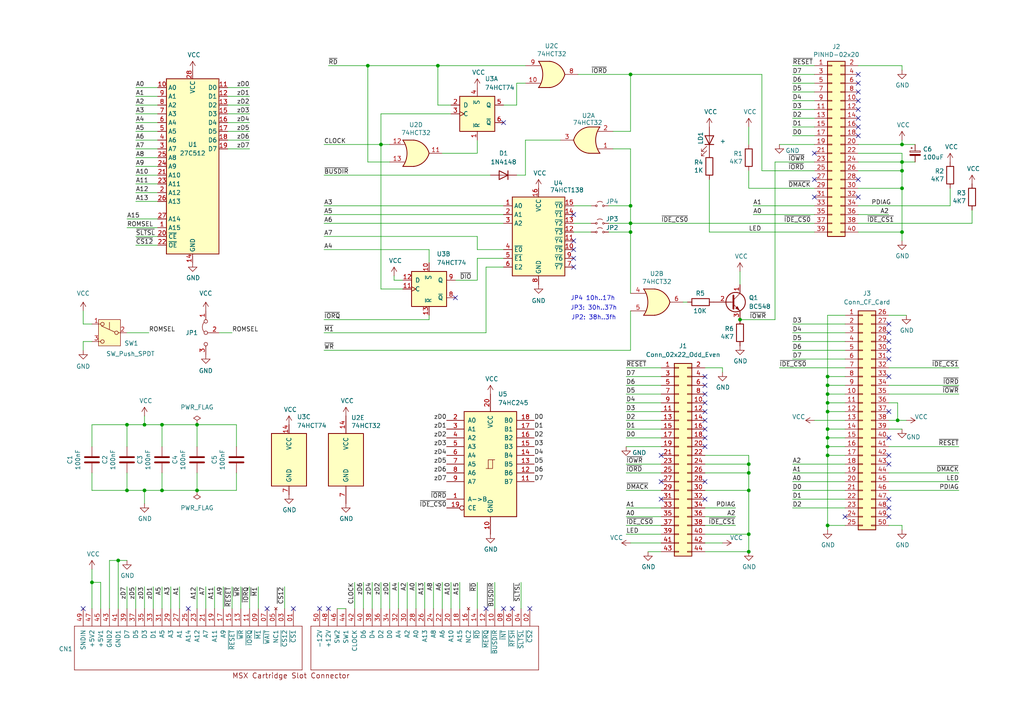
<source format=kicad_sch>
(kicad_sch (version 20231120) (generator "eeschema") (generator_version "8.0")
  (paper "A4")
  (title_block (title "Soda IDE") (rev "v0.97") (company "Danjovic 2024") (comment 1 "Based on SC729 RCBus Compact Flash Modue v1.1.0 and Beer IDE 232") (comment 2 "2x32K ROM + switch + Reset Button"))
  (junction (at 260.35 121.92))
  (junction (at 217.17 134.62))
  (junction (at 261.62 54.61))
  (junction (at 240.03 129.54))
  (junction (at 46.99 142.24))
  (junction (at 261.62 41.91))
  (junction (at 36.83 142.24))
  (junction (at 240.03 116.84))
  (junction (at 217.17 137.16))
  (junction (at 261.62 67.31))
  (junction (at 41.91 123.19))
  (junction (at 240.03 114.3))
  (junction (at 240.03 109.22))
  (junction (at 240.03 132.08))
  (junction (at 46.99 123.19))
  (junction (at 182.88 59.69))
  (junction (at 110.49 41.91))
  (junction (at 217.17 142.24))
  (junction (at 182.88 67.31))
  (junction (at 261.62 46.99))
  (junction (at 182.88 21.59))
  (junction (at 261.62 49.53))
  (junction (at 57.15 142.24))
  (junction (at 240.03 124.46))
  (junction (at 217.17 160.02))
  (junction (at 34.29 162.56))
  (junction (at 182.88 64.77))
  (junction (at 57.15 123.19))
  (junction (at 240.03 111.76))
  (junction (at 240.03 119.38))
  (junction (at 217.17 154.94))
  (junction (at 26.67 168.91))
  (junction (at 36.83 123.19))
  (junction (at 127 19.05))
  (junction (at 41.91 142.24))
  (junction (at 240.03 127))
  (junction (at 106.68 19.05))
  (junction (at 214.63 92.71))
  (junction (at 240.03 152.4))
  (no_connect (at 166.37 77.47))
  (no_connect (at 166.37 62.23))
  (no_connect (at 248.92 26.67))
  (no_connect (at 166.37 74.93))
  (no_connect (at 153.67 176.53))
  (no_connect (at 146.05 176.53))
  (no_connect (at 257.81 104.14))
  (no_connect (at 148.59 176.53))
  (no_connect (at 204.47 144.78))
  (no_connect (at 191.77 132.08))
  (no_connect (at 236.22 44.45))
  (no_connect (at 24.13 176.53))
  (no_connect (at 248.92 24.13))
  (no_connect (at 257.81 96.52))
  (no_connect (at 166.37 72.39))
  (no_connect (at 236.22 57.15))
  (no_connect (at 257.81 101.6))
  (no_connect (at 77.47 176.53))
  (no_connect (at 257.81 134.62))
  (no_connect (at 248.92 31.75))
  (no_connect (at 257.81 119.38))
  (no_connect (at 257.81 99.06))
  (no_connect (at 132.08 86.36))
  (no_connect (at 257.81 109.22))
  (no_connect (at 248.92 57.15))
  (no_connect (at 204.47 129.54))
  (no_connect (at 257.81 147.32))
  (no_connect (at 204.47 111.76))
  (no_connect (at 204.47 119.38))
  (no_connect (at 191.77 139.7))
  (no_connect (at 248.92 29.21))
  (no_connect (at 257.81 93.98))
  (no_connect (at 248.92 21.59))
  (no_connect (at 92.71 176.53))
  (no_connect (at 166.37 69.85))
  (no_connect (at 257.81 127))
  (no_connect (at 245.11 149.86))
  (no_connect (at 257.81 144.78))
  (no_connect (at 85.09 176.53))
  (no_connect (at 248.92 34.29))
  (no_connect (at 191.77 144.78))
  (no_connect (at 146.05 35.56))
  (no_connect (at 140.97 176.53))
  (no_connect (at 95.25 176.53))
  (no_connect (at 248.92 39.37))
  (no_connect (at 248.92 52.07))
  (no_connect (at 204.47 124.46))
  (no_connect (at 236.22 52.07))
  (no_connect (at 204.47 127))
  (no_connect (at 248.92 36.83))
  (no_connect (at 204.47 109.22))
  (no_connect (at 204.47 116.84))
  (no_connect (at 204.47 139.7))
  (no_connect (at 54.61 176.53))
  (no_connect (at 257.81 149.86))
  (no_connect (at 204.47 121.92))
  (no_connect (at 204.47 114.3))
  (no_connect (at 257.81 132.08))
  (wire (pts (xy 248.92 54.61) (xy 261.62 54.61)))
  (wire (pts (xy 240.03 127) (xy 245.11 127)))
  (wire (pts (xy 26.67 142.24) (xy 36.83 142.24)))
  (wire (pts (xy 278.13 142.24) (xy 257.81 142.24)))
  (wire (pts (xy 281.94 60.96) (xy 281.94 64.77)))
  (wire (pts (xy 204.47 152.4) (xy 213.36 152.4)))
  (wire (pts (xy 236.22 121.92) (xy 245.11 121.92)))
  (wire (pts (xy 204.47 106.68) (xy 209.55 106.68)))
  (wire (pts (xy 191.77 142.24) (xy 181.61 142.24)))
  (wire (pts (xy 72.39 40.64) (xy 66.04 40.64)))
  (wire (pts (xy 68.58 137.16) (xy 68.58 142.24)))
  (wire (pts (xy 229.87 147.32) (xy 245.11 147.32)))
  (wire (pts (xy 177.8 43.18) (xy 182.88 43.18)))
  (wire (pts (xy 39.37 38.1) (xy 45.72 38.1)))
  (wire (pts (xy 204.47 134.62) (xy 217.17 134.62)))
  (wire (pts (xy 181.61 147.32) (xy 191.77 147.32)))
  (wire (pts (xy 171.45 59.69) (xy 166.37 59.69)))
  (wire (pts (xy 229.87 144.78) (xy 245.11 144.78)))
  (wire (pts (xy 57.15 123.19) (xy 46.99 123.19)))
  (wire (pts (xy 240.03 124.46) (xy 245.11 124.46)))
  (wire (pts (xy 29.21 176.53) (xy 29.21 168.91)))
  (wire (pts (xy 110.49 168.91) (xy 110.49 176.53)))
  (wire (pts (xy 181.61 114.3) (xy 191.77 114.3)))
  (wire (pts (xy 124.46 72.39) (xy 124.46 76.2)))
  (wire (pts (xy 138.43 68.58) (xy 138.43 72.39)))
  (wire (pts (xy 106.68 19.05) (xy 127 19.05)))
  (wire (pts (xy 229.87 134.62) (xy 245.11 134.62)))
  (wire (pts (xy 24.13 99.06) (xy 24.13 101.6)))
  (wire (pts (xy 217.17 54.61) (xy 236.22 54.61)))
  (wire (pts (xy 93.98 64.77) (xy 146.05 64.77)))
  (wire (pts (xy 110.49 41.91) (xy 110.49 83.82)))
  (wire (pts (xy 46.99 123.19) (xy 46.99 129.54)))
  (wire (pts (xy 240.03 129.54) (xy 245.11 129.54)))
  (wire (pts (xy 162.56 40.64) (xy 152.4 40.64)))
  (wire (pts (xy 181.61 121.92) (xy 191.77 121.92)))
  (wire (pts (xy 204.47 160.02) (xy 217.17 160.02)))
  (wire (pts (xy 39.37 35.56) (xy 45.72 35.56)))
  (wire (pts (xy 220.98 49.53) (xy 236.22 49.53)))
  (wire (pts (xy 257.81 124.46) (xy 261.62 124.46)))
  (wire (pts (xy 236.22 41.91) (xy 226.06 41.91)))
  (wire (pts (xy 182.88 64.77) (xy 236.22 64.77)))
  (wire (pts (xy 229.87 93.98) (xy 245.11 93.98)))
  (wire (pts (xy 181.61 137.16) (xy 191.77 137.16)))
  (wire (pts (xy 57.15 137.16) (xy 57.15 142.24)))
  (wire (pts (xy 278.13 106.68) (xy 257.81 106.68)))
  (wire (pts (xy 114.3 81.28) (xy 114.3 80.01)))
  (wire (pts (xy 182.88 101.6) (xy 182.88 90.17)))
  (wire (pts (xy 217.17 134.62) (xy 217.17 137.16)))
  (wire (pts (xy 128.27 176.53) (xy 128.27 168.91)))
  (wire (pts (xy 130.81 33.02) (xy 110.49 33.02)))
  (wire (pts (xy 167.64 21.59) (xy 182.88 21.59)))
  (wire (pts (xy 182.88 38.1) (xy 182.88 21.59)))
  (wire (pts (xy 240.03 109.22) (xy 240.03 111.76)))
  (wire (pts (xy 59.69 176.53) (xy 59.69 170.18)))
  (wire (pts (xy 39.37 58.42) (xy 45.72 58.42)))
  (wire (pts (xy 240.03 119.38) (xy 245.11 119.38)))
  (wire (pts (xy 41.91 120.65) (xy 41.91 123.19)))
  (wire (pts (xy 46.99 170.18) (xy 46.99 176.53)))
  (wire (pts (xy 257.81 129.54) (xy 278.13 129.54)))
  (wire (pts (xy 181.61 127) (xy 191.77 127)))
  (wire (pts (xy 248.92 41.91) (xy 261.62 41.91)))
  (wire (pts (xy 181.61 152.4) (xy 191.77 152.4)))
  (wire (pts (xy 204.47 132.08) (xy 217.17 132.08)))
  (wire (pts (xy 123.19 168.91) (xy 123.19 176.53)))
  (wire (pts (xy 72.39 25.4) (xy 66.04 25.4)))
  (wire (pts (xy 34.29 176.53) (xy 34.29 162.56)))
  (wire (pts (xy 257.81 139.7) (xy 278.13 139.7)))
  (wire (pts (xy 214.63 92.71) (xy 224.79 92.71)))
  (wire (pts (xy 128.27 44.45) (xy 138.43 44.45)))
  (wire (pts (xy 166.37 64.77) (xy 171.45 64.77)))
  (wire (pts (xy 248.92 44.45) (xy 261.62 44.45)))
  (wire (pts (xy 152.4 24.13) (xy 149.86 24.13)))
  (wire (pts (xy 248.92 64.77) (xy 281.94 64.77)))
  (wire (pts (xy 181.61 116.84) (xy 191.77 116.84)))
  (wire (pts (xy 261.62 152.4) (xy 261.62 153.67)))
  (wire (pts (xy 229.87 142.24) (xy 245.11 142.24)))
  (wire (pts (xy 127 19.05) (xy 152.4 19.05)))
  (wire (pts (xy 140.97 96.52) (xy 140.97 77.47)))
  (wire (pts (xy 261.62 46.99) (xy 261.62 49.53)))
  (wire (pts (xy 52.07 170.18) (xy 52.07 176.53)))
  (wire (pts (xy 68.58 123.19) (xy 57.15 123.19)))
  (wire (pts (xy 39.37 27.94) (xy 45.72 27.94)))
  (wire (pts (xy 140.97 77.47) (xy 146.05 77.47)))
  (wire (pts (xy 218.44 59.69) (xy 236.22 59.69)))
  (wire (pts (xy 115.57 168.91) (xy 115.57 176.53)))
  (wire (pts (xy 182.88 67.31) (xy 182.88 64.77)))
  (wire (pts (xy 166.37 67.31) (xy 171.45 67.31)))
  (wire (pts (xy 132.08 81.28) (xy 138.43 81.28)))
  (wire (pts (xy 39.37 53.34) (xy 45.72 53.34)))
  (wire (pts (xy 240.03 114.3) (xy 240.03 116.84)))
  (wire (pts (xy 63.5 96.52) (xy 67.31 96.52)))
  (wire (pts (xy 149.86 30.48) (xy 146.05 30.48)))
  (wire (pts (xy 260.35 116.84) (xy 260.35 121.92)))
  (wire (pts (xy 224.79 46.99) (xy 236.22 46.99)))
  (wire (pts (xy 149.86 24.13) (xy 149.86 30.48)))
  (wire (pts (xy 93.98 92.71) (xy 124.46 92.71)))
  (wire (pts (xy 24.13 99.06) (xy 26.67 99.06)))
  (wire (pts (xy 152.4 40.64) (xy 152.4 50.8)))
  (wire (pts (xy 41.91 142.24) (xy 41.91 146.05)))
  (wire (pts (xy 240.03 116.84) (xy 245.11 116.84)))
  (wire (pts (xy 240.03 152.4) (xy 245.11 152.4)))
  (wire (pts (xy 229.87 96.52) (xy 245.11 96.52)))
  (wire (pts (xy 36.83 137.16) (xy 36.83 142.24)))
  (wire (pts (xy 275.59 59.69) (xy 275.59 54.61)))
  (wire (pts (xy 41.91 123.19) (xy 46.99 123.19)))
  (wire (pts (xy 224.79 46.99) (xy 224.79 92.71)))
  (wire (pts (xy 72.39 176.53) (xy 72.39 170.18)))
  (wire (pts (xy 240.03 91.44) (xy 240.03 109.22)))
  (wire (pts (xy 36.83 96.52) (xy 43.18 96.52)))
  (wire (pts (xy 93.98 72.39) (xy 124.46 72.39)))
  (wire (pts (xy 36.83 63.5) (xy 45.72 63.5)))
  (wire (pts (xy 31.75 176.53) (xy 31.75 162.56)))
  (wire (pts (xy 74.93 170.18) (xy 74.93 176.53)))
  (wire (pts (xy 146.05 74.93) (xy 138.43 74.93)))
  (wire (pts (xy 240.03 132.08) (xy 240.03 152.4)))
  (wire (pts (xy 260.35 121.92) (xy 262.89 121.92)))
  (wire (pts (xy 261.62 46.99) (xy 265.43 46.99)))
  (wire (pts (xy 229.87 29.21) (xy 236.22 29.21)))
  (wire (pts (xy 257.81 137.16) (xy 278.13 137.16)))
  (wire (pts (xy 204.47 147.32) (xy 213.36 147.32)))
  (wire (pts (xy 245.11 91.44) (xy 240.03 91.44)))
  (wire (pts (xy 229.87 99.06) (xy 245.11 99.06)))
  (wire (pts (xy 182.88 85.09) (xy 182.88 67.31)))
  (wire (pts (xy 57.15 170.18) (xy 57.15 176.53)))
  (wire (pts (xy 217.17 54.61) (xy 217.17 49.53)))
  (wire (pts (xy 34.29 162.56) (xy 36.83 162.56)))
  (wire (pts (xy 248.92 19.05) (xy 261.62 19.05)))
  (wire (pts (xy 204.47 157.48) (xy 209.55 157.48)))
  (wire (pts (xy 113.03 168.91) (xy 113.03 176.53)))
  (wire (pts (xy 72.39 43.18) (xy 66.04 43.18)))
  (wire (pts (xy 102.87 168.91) (xy 102.87 176.53)))
  (wire (pts (xy 26.67 129.54) (xy 26.67 123.19)))
  (wire (pts (xy 217.17 154.94) (xy 217.17 160.02)))
  (wire (pts (xy 29.21 168.91) (xy 26.67 168.91)))
  (wire (pts (xy 39.37 43.18) (xy 45.72 43.18)))
  (wire (pts (xy 39.37 68.58) (xy 45.72 68.58)))
  (wire (pts (xy 204.47 154.94) (xy 217.17 154.94)))
  (wire (pts (xy 24.13 93.98) (xy 26.67 93.98)))
  (wire (pts (xy 149.86 50.8) (xy 152.4 50.8)))
  (wire (pts (xy 205.74 67.31) (xy 236.22 67.31)))
  (wire (pts (xy 26.67 168.91) (xy 26.67 176.53)))
  (wire (pts (xy 229.87 101.6) (xy 245.11 101.6)))
  (wire (pts (xy 39.37 33.02) (xy 45.72 33.02)))
  (wire (pts (xy 138.43 40.64) (xy 138.43 44.45)))
  (wire (pts (xy 257.81 116.84) (xy 260.35 116.84)))
  (wire (pts (xy 176.53 59.69) (xy 182.88 59.69)))
  (wire (pts (xy 31.75 162.56) (xy 34.29 162.56)))
  (wire (pts (xy 39.37 48.26) (xy 45.72 48.26)))
  (wire (pts (xy 36.83 66.04) (xy 45.72 66.04)))
  (wire (pts (xy 93.98 68.58) (xy 138.43 68.58)))
  (wire (pts (xy 24.13 90.17) (xy 24.13 93.98)))
  (wire (pts (xy 181.61 149.86) (xy 191.77 149.86)))
  (wire (pts (xy 93.98 41.91) (xy 110.49 41.91)))
  (wire (pts (xy 72.39 33.02) (xy 66.04 33.02)))
  (wire (pts (xy 26.67 137.16) (xy 26.67 142.24)))
  (wire (pts (xy 93.98 50.8) (xy 142.24 50.8)))
  (wire (pts (xy 217.17 41.91) (xy 217.17 36.83)))
  (wire (pts (xy 240.03 127) (xy 240.03 129.54)))
  (wire (pts (xy 176.53 67.31) (xy 182.88 67.31)))
  (wire (pts (xy 229.87 24.13) (xy 236.22 24.13)))
  (wire (pts (xy 182.88 21.59) (xy 220.98 21.59)))
  (wire (pts (xy 240.03 116.84) (xy 240.03 119.38)))
  (wire (pts (xy 95.25 19.05) (xy 106.68 19.05)))
  (wire (pts (xy 229.87 137.16) (xy 245.11 137.16)))
  (wire (pts (xy 240.03 111.76) (xy 240.03 114.3)))
  (wire (pts (xy 240.03 119.38) (xy 240.03 124.46)))
  (wire (pts (xy 229.87 21.59) (xy 236.22 21.59)))
  (wire (pts (xy 39.37 30.48) (xy 45.72 30.48)))
  (wire (pts (xy 130.81 168.91) (xy 130.81 176.53)))
  (wire (pts (xy 181.61 111.76) (xy 191.77 111.76)))
  (wire (pts (xy 36.83 123.19) (xy 36.83 129.54)))
  (wire (pts (xy 181.61 134.62) (xy 191.77 134.62)))
  (wire (pts (xy 46.99 142.24) (xy 57.15 142.24)))
  (wire (pts (xy 261.62 44.45) (xy 261.62 46.99)))
  (wire (pts (xy 57.15 129.54) (xy 57.15 123.19)))
  (wire (pts (xy 36.83 123.19) (xy 41.91 123.19)))
  (wire (pts (xy 69.85 176.53) (xy 69.85 170.18)))
  (wire (pts (xy 248.92 59.69) (xy 275.59 59.69)))
  (wire (pts (xy 240.03 111.76) (xy 245.11 111.76)))
  (wire (pts (xy 217.17 142.24) (xy 217.17 154.94)))
  (wire (pts (xy 257.81 111.76) (xy 278.13 111.76)))
  (wire (pts (xy 229.87 36.83) (xy 236.22 36.83)))
  (wire (pts (xy 68.58 129.54) (xy 68.58 123.19)))
  (wire (pts (xy 226.06 106.68) (xy 245.11 106.68)))
  (wire (pts (xy 118.11 168.91) (xy 118.11 176.53)))
  (wire (pts (xy 181.61 109.22) (xy 191.77 109.22)))
  (wire (pts (xy 107.95 168.91) (xy 107.95 176.53)))
  (wire (pts (xy 181.61 119.38) (xy 191.77 119.38)))
  (wire (pts (xy 41.91 170.18) (xy 41.91 176.53)))
  (wire (pts (xy 204.47 137.16) (xy 217.17 137.16)))
  (wire (pts (xy 39.37 71.12) (xy 45.72 71.12)))
  (wire (pts (xy 72.39 27.94) (xy 66.04 27.94)))
  (wire (pts (xy 133.35 176.53) (xy 133.35 168.91)))
  (wire (pts (xy 229.87 31.75) (xy 236.22 31.75)))
  (wire (pts (xy 26.67 123.19) (xy 36.83 123.19)))
  (wire (pts (xy 240.03 129.54) (xy 240.03 132.08)))
  (wire (pts (xy 127 30.48) (xy 127 19.05)))
  (wire (pts (xy 116.84 81.28) (xy 114.3 81.28)))
  (wire (pts (xy 262.89 91.44) (xy 257.81 91.44)))
  (wire (pts (xy 248.92 46.99) (xy 261.62 46.99)))
  (wire (pts (xy 214.63 78.74) (xy 214.63 82.55)))
  (wire (pts (xy 67.31 176.53) (xy 67.31 170.18)))
  (wire (pts (xy 62.23 170.18) (xy 62.23 176.53)))
  (wire (pts (xy 209.55 106.68) (xy 209.55 107.95)))
  (wire (pts (xy 176.53 64.77) (xy 182.88 64.77)))
  (wire (pts (xy 100.33 176.53) (xy 97.79 176.53)))
  (wire (pts (xy 240.03 114.3) (xy 245.11 114.3)))
  (wire (pts (xy 217.17 137.16) (xy 217.17 142.24)))
  (wire (pts (xy 39.37 25.4) (xy 45.72 25.4)))
  (wire (pts (xy 181.61 106.68) (xy 191.77 106.68)))
  (wire (pts (xy 82.55 176.53) (xy 82.55 170.18)))
  (wire (pts (xy 261.62 49.53) (xy 261.62 54.61)))
  (wire (pts (xy 39.37 45.72) (xy 45.72 45.72)))
  (wire (pts (xy 39.37 40.64) (xy 45.72 40.64)))
  (wire (pts (xy 39.37 50.8) (xy 45.72 50.8)))
  (wire (pts (xy 240.03 124.46) (xy 240.03 127)))
  (wire (pts (xy 143.51 168.91) (xy 143.51 176.53)))
  (wire (pts (xy 46.99 137.16) (xy 46.99 142.24)))
  (wire (pts (xy 36.83 142.24) (xy 41.91 142.24)))
  (wire (pts (xy 46.99 142.24) (xy 41.91 142.24)))
  (wire (pts (xy 248.92 49.53) (xy 261.62 49.53)))
  (wire (pts (xy 106.68 46.99) (xy 106.68 19.05)))
  (wire (pts (xy 36.83 170.18) (xy 36.83 176.53)))
  (wire (pts (xy 204.47 142.24) (xy 217.17 142.24)))
  (wire (pts (xy 182.88 59.69) (xy 182.88 64.77)))
  (wire (pts (xy 138.43 81.28) (xy 138.43 74.93)))
  (wire (pts (xy 64.77 170.18) (xy 64.77 176.53)))
  (wire (pts (xy 257.81 121.92) (xy 260.35 121.92)))
  (wire (pts (xy 261.62 67.31) (xy 261.62 69.85)))
  (wire (pts (xy 44.45 170.18) (xy 44.45 176.53)))
  (wire (pts (xy 182.88 157.48) (xy 191.77 157.48)))
  (wire (pts (xy 105.41 168.91) (xy 105.41 176.53)))
  (wire (pts (xy 257.81 152.4) (xy 261.62 152.4)))
  (wire (pts (xy 124.46 91.44) (xy 124.46 92.71)))
  (wire (pts (xy 125.73 168.91) (xy 125.73 176.53)))
  (wire (pts (xy 229.87 104.14) (xy 245.11 104.14)))
  (wire (pts (xy 257.81 114.3) (xy 278.13 114.3)))
  (wire (pts (xy 204.47 149.86) (xy 213.36 149.86)))
  (wire (pts (xy 265.43 41.91) (xy 261.62 41.91)))
  (wire (pts (xy 72.39 30.48) (xy 66.04 30.48)))
  (wire (pts (xy 240.03 109.22) (xy 245.11 109.22)))
  (wire (pts (xy 220.98 49.53) (xy 220.98 21.59)))
  (wire (pts (xy 120.65 168.91) (xy 120.65 176.53)))
  (wire (pts (xy 93.98 62.23) (xy 146.05 62.23)))
  (wire (pts (xy 236.22 19.05) (xy 229.87 19.05)))
  (wire (pts (xy 110.49 83.82) (xy 116.84 83.82)))
  (wire (pts (xy 110.49 41.91) (xy 113.03 41.91)))
  (wire (pts (xy 138.43 176.53) (xy 138.43 168.91)))
  (wire (pts (xy 39.37 170.18) (xy 39.37 176.53)))
  (wire (pts (xy 151.13 168.91) (xy 151.13 176.53)))
  (wire (pts (xy 187.96 160.02) (xy 191.77 160.02)))
  (wire (pts (xy 68.58 142.24) (xy 57.15 142.24)))
  (wire (pts (xy 229.87 39.37) (xy 236.22 39.37)))
  (wire (pts (xy 93.98 59.69) (xy 146.05 59.69)))
  (wire (pts (xy 146.05 72.39) (xy 138.43 72.39)))
  (wire (pts (xy 229.87 139.7) (xy 245.11 139.7)))
  (wire (pts (xy 229.87 26.67) (xy 236.22 26.67)))
  (wire (pts (xy 182.88 43.18) (xy 182.88 59.69)))
  (wire (pts (xy 110.49 33.02) (xy 110.49 41.91)))
  (wire (pts (xy 240.03 132.08) (xy 245.11 132.08)))
  (wire (pts (xy 240.03 152.4) (xy 240.03 153.67)))
  (wire (pts (xy 181.61 154.94) (xy 191.77 154.94)))
  (wire (pts (xy 261.62 40.64) (xy 261.62 41.91)))
  (wire (pts (xy 130.81 30.48) (xy 127 30.48)))
  (wire (pts (xy 261.62 19.05) (xy 261.62 20.32)))
  (wire (pts (xy 218.44 62.23) (xy 236.22 62.23)))
  (wire (pts (xy 39.37 55.88) (xy 45.72 55.88)))
  (wire (pts (xy 177.8 38.1) (xy 182.88 38.1)))
  (wire (pts (xy 26.67 165.1) (xy 26.67 168.91)))
  (wire (pts (xy 49.53 170.18) (xy 49.53 176.53)))
  (wire (pts (xy 93.98 101.6) (xy 182.88 101.6)))
  (wire (pts (xy 198.12 87.63) (xy 199.39 87.63)))
  (wire (pts (xy 113.03 46.99) (xy 106.68 46.99)))
  (wire (pts (xy 205.74 52.07) (xy 205.74 67.31)))
  (wire (pts (xy 217.17 132.08) (xy 217.17 134.62)))
  (wire (pts (xy 72.39 35.56) (xy 66.04 35.56)))
  (wire (pts (xy 229.87 34.29) (xy 236.22 34.29)))
  (wire (pts (xy 72.39 38.1) (xy 66.04 38.1)))
  (wire (pts (xy 191.77 129.54) (xy 181.61 129.54)))
  (wire (pts (xy 261.62 54.61) (xy 261.62 67.31)))
  (wire (pts (xy 93.98 96.52) (xy 140.97 96.52)))
  (wire (pts (xy 248.92 67.31) (xy 261.62 67.31)))
  (wire (pts (xy 248.92 62.23) (xy 257.81 62.23)))
  (wire (pts (xy 181.61 124.46) (xy 191.77 124.46)))
  (text "JP4 10h..17h" (at 171.958 86.614 0) (effects (font (size 1.27 1.27))))
  (text "JP3: 30h..37h" (at 172.212 89.408 0) (effects (font (size 1.27 1.27))))
  (text "JP2: 38h..3fh" (at 172.212 92.202 0) (effects (font (size 1.27 1.27))))
  (label "D0" (at 154.94 121.92 0))
  (label "D1" (at 229.87 36.83 0))
  (label "zD1" (at 72.39 27.94 180))
  (label "A11" (at 62.23 170.18 270))
  (label "~{IDE_CS0}" (at 226.06 106.68 0))
  (label "zD7" (at 129.54 139.7 180))
  (label "D7" (at 181.61 109.22 0))
  (label "zD0" (at 113.03 168.91 270))
  (label "~{RESET}" (at 278.13 129.54 180))
  (label "A2" (at 118.11 168.91 270))
  (label "zD0" (at 72.39 25.4 180))
  (label "D7" (at 229.87 104.14 0))
  (label "~{M1}" (at 74.93 170.18 270))
  (label "D1" (at 229.87 144.78 0))
  (label "D2" (at 181.61 121.92 0))
  (label "A0" (at 181.61 149.86 0))
  (label "A9" (at 39.37 48.26 0))
  (label "~{IORD}" (at 171.45 21.59 0))
  (label "PDIAG" (at 252.73 59.69 0))
  (label "A5" (at 46.99 170.18 270))
  (label "A0" (at 229.87 139.7 0))
  (label "D2" (at 229.87 147.32 0))
  (label "~{RESET}" (at 229.87 19.05 0))
  (label "A4" (at 115.57 168.91 270))
  (label "A2" (at 257.81 62.23 180))
  (label "~{IORD}" (at 129.54 144.78 180))
  (label "A13" (at 39.37 58.42 0))
  (label "A7" (at 93.98 68.58 0))
  (label "zD0" (at 129.54 121.92 180))
  (label "A0" (at 120.65 168.91 270))
  (label "A1" (at 229.87 137.16 0))
  (label "A7" (at 39.37 43.18 0))
  (label "A3" (at 93.98 59.69 0))
  (label "zD5" (at 129.54 134.62 180))
  (label "~{M1}" (at 93.98 96.52 0))
  (label "A10" (at 39.37 50.8 0))
  (label "A0" (at 39.37 25.4 0))
  (label "ROMSEL" (at 67.31 96.52 0))
  (label "A5" (at 39.37 38.1 0))
  (label "A15" (at 133.35 168.91 270))
  (label "~{DMACK}" (at 278.13 137.16 180))
  (label "zD2" (at 110.49 168.91 270))
  (label "~{WR}" (at 93.98 101.6 0))
  (label "~{DMACK}" (at 181.61 142.24 0))
  (label "D7" (at 154.94 139.7 0))
  (label "PDIAG" (at 278.13 142.24 180))
  (label "A11" (at 39.37 53.34 0))
  (label "D1" (at 181.61 124.46 0))
  (label "zD2" (at 129.54 127 180))
  (label "~{CS12}" (at 39.37 71.12 0))
  (label "A2" (at 39.37 30.48 0))
  (label "A9" (at 64.77 170.18 270))
  (label "A8" (at 125.73 168.91 270))
  (label "A1" (at 39.37 27.94 0))
  (label "LED" (at 278.13 139.7 180))
  (label "D7" (at 229.87 21.59 0))
  (label "D4" (at 181.61 116.84 0))
  (label "D3" (at 154.94 129.54 0))
  (label "A4" (at 39.37 35.56 0))
  (label "A1" (at 218.44 59.69 0))
  (label "zD4" (at 129.54 132.08 180))
  (label "~{IDE_CS0}" (at 129.54 147.32 180))
  (label "D3" (at 229.87 31.75 0))
  (label "zD4" (at 107.95 168.91 270))
  (label "D5" (at 229.87 99.06 0))
  (label "D5" (at 181.61 114.3 0))
  (label "~{IDE_CS1}" (at 278.13 106.68 180))
  (label "D2" (at 229.87 34.29 0))
  (label "~{RESET}" (at 67.31 170.18 270))
  (label "~{IOWR}" (at 222.25 92.71 180))
  (label "D3" (at 229.87 93.98 0))
  (label "zD6" (at 129.54 137.16 180))
  (label "D2" (at 154.94 127 0))
  (label "~{IORD}" (at 181.61 137.16 0))
  (label "~{IDE_CS0}" (at 227.33 64.77 0))
  (label "~{CS12}" (at 82.55 170.18 270))
  (label "A5" (at 93.98 62.23 0))
  (label "~{IORQ}" (at 93.98 92.71 0))
  (label "zD7" (at 36.83 170.18 270))
  (label "~{IDE_CS0}" (at 191.77 64.77 0))
  (label "zD1" (at 44.45 170.18 270))
  (label "ROMSEL" (at 36.83 66.04 0))
  (label "~{IORQ}" (at 72.39 170.18 270))
  (label "A15" (at 36.83 63.5 0))
  (label "zD3" (at 129.54 129.54 180))
  (label "A3" (at 49.53 170.18 270))
  (label "D6" (at 229.87 101.6 0))
  (label "A2" (at 229.87 134.62 0))
  (label "A6" (at 128.27 168.91 270))
  (label "A13" (at 123.19 168.91 270))
  (label "CLOCK" (at 93.98 41.91 0))
  (label "A8" (at 39.37 45.72 0))
  (label "D5" (at 229.87 26.67 0))
  (label "A12" (at 57.15 170.18 270))
  (label "A4" (at 93.98 72.39 0))
  (label "zD7" (at 72.39 43.18 180))
  (label "CLOCK" (at 102.87 168.91 270))
  (label "D0" (at 229.87 39.37 0))
  (label "~{SLTSL}" (at 39.37 68.58 0))
  (label "A12" (at 39.37 55.88 0))
  (label "D6" (at 229.87 24.13 0))
  (label "~{SLTSL}" (at 151.13 168.91 270))
  (label "A6" (at 93.98 64.77 0))
  (label "A1" (at 181.61 147.32 0))
  (label "LED" (at 217.17 67.31 0))
  (label "zD6" (at 105.41 168.91 270))
  (label "D4" (at 229.87 96.52 0))
  (label "D6" (at 154.94 137.16 0))
  (label "zD1" (at 129.54 124.46 180))
  (label "~{IORD}" (at 228.6 49.53 0))
  (label "~{BUSDIR}" (at 93.98 50.8 0))
  (label "~{IOWR}" (at 181.61 134.62 0))
  (label "zD4" (at 72.39 35.56 180))
  (label "zD3" (at 72.39 33.02 180))
  (label "~{WR}" (at 69.85 170.18 270))
  (label "zD3" (at 41.91 170.18 270))
  (label "zD6" (at 72.39 40.64 180))
  (label "A0" (at 218.44 62.23 0))
  (label "LED" (at 181.61 154.94 0))
  (label "~{IOWR}" (at 278.13 114.3 180))
  (label "~{RD}" (at 95.25 19.05 0))
  (label "D0" (at 229.87 142.24 0))
  (label "A7" (at 59.69 170.18 270))
  (label "~{IOWR}" (at 228.6 46.99 0))
  (label "D4" (at 154.94 132.08 0))
  (label "PDIAG" (at 213.36 147.32 180))
  (label "~{BUSDIR}" (at 143.51 168.91 270))
  (label "A10" (at 130.81 168.91 270))
  (label "~{DIO}" (at 133.35 81.28 0))
  (label "~{IORD}" (at 278.13 111.76 180))
  (label "D3" (at 181.61 119.38 0))
  (label "D0" (at 181.61 127 0))
  (label "~{IDE_CS1}" (at 251.46 64.77 0))
  (label "~{DMACK}" (at 228.6 54.61 0))
  (label "zD5" (at 72.39 38.1 180))
  (label "~{RD}" (at 138.43 168.91 270))
  (label "D6" (at 181.61 111.76 0))
  (label "A6" (at 39.37 40.64 0))
  (label "D4" (at 229.87 29.21 0))
  (label "~{IDE_CS0}" (at 181.61 152.4 0))
  (label "A1" (at 52.07 170.18 270))
  (label "A2" (at 213.36 149.86 180))
  (label "A3" (at 39.37 33.02 0))
  (label "ROMSEL" (at 43.18 96.52 0))
  (label "~{IDE_CS1}" (at 213.36 152.4 180))
  (label "D1" (at 154.94 124.46 0))
  (label "zD2" (at 72.39 30.48 180))
  (label "~{RESET}" (at 181.61 106.68 0))
  (label "D5" (at 154.94 134.62 0))
  (label "zD5" (at 39.37 170.18 270))
  (symbol (lib_id "msx:MSX_Slot_Connector") (at 21.59 194.31 0) (unit 1)
    (property "Reference" "CN1" (at 19.05 188.214 0))
    (property "Value" "MSX_SLOT_CON" (effects (hide yes)))
    (property "Footprint" "msx:Cart_Konami" (effects (hide yes)))
  )
  (symbol (lib_id "74xx:74LS32") (at 170.18 40.64 180) (unit 1)
    (property "Reference" "U2" (at 170.688 33.528 0))
    (property "Value" "74HCT32" (at 170.434 35.56 0))
    (property "Footprint" "Package_DIP:DIP-14_W7.62mm" (effects (hide yes)))
    (property "Datasheet" "http://www.ti.com/lit/gpn/sn74LS32" (effects (hide yes)))
  )
  (symbol (lib_id "74xx:74LS32") (at 190.5 87.63 0) (unit 2)
    (property "Reference" "U2" (at 190.5 79.375 0))
    (property "Value" "74HCT32" (at 190.5 81.6864 0))
    (property "Footprint" "Package_DIP:DIP-14_W7.62mm" (effects (hide yes)))
    (property "Datasheet" "http://www.ti.com/lit/gpn/sn74LS32" (effects (hide yes)))
  )
  (symbol (lib_id "74xx:74LS32") (at 160.02 21.59 0) (unit 3)
    (property "Reference" "U2" (at 160.02 13.335 0))
    (property "Value" "74HCT32" (at 160.02 15.6464 0))
    (property "Footprint" "Package_DIP:DIP-14_W7.62mm" (effects (hide yes)))
    (property "Datasheet" "http://www.ti.com/lit/gpn/sn74LS32" (effects (hide yes)))
  )
  (symbol (lib_id "74xx:74LS32") (at 120.65 44.45 0) (unit 4)
    (property "Reference" "U2" (at 120.65 36.195 0))
    (property "Value" "74HCT32" (at 120.65 38.5064 0))
    (property "Footprint" "Package_DIP:DIP-14_W7.62mm" (effects (hide yes)))
    (property "Datasheet" "http://www.ti.com/lit/gpn/sn74LS32" (effects (hide yes)))
  )
  (symbol (lib_id "74xx:74LS32") (at 100.33 133.35 0) (unit 5)
    (property "Reference" "U2" (at 101.854 121.158 0) (effects (justify left)))
    (property "Value" "74HCT32" (at 101.854 123.4694 0) (effects (justify left)))
    (property "Footprint" "Package_DIP:DIP-14_W7.62mm" (effects (hide yes)))
    (property "Datasheet" "http://www.ti.com/lit/gpn/sn74LS32" (effects (hide yes)))
  )
  (symbol (lib_id "Memory_EPROM:27128") (at 55.88 48.26 0) (unit 1)
    (property "Reference" "U1" (at 55.88 41.91 0))
    (property "Value" "27C512" (at 55.88 44.45 0))
    (property "Footprint" "Package_DIP:DIP-28_W15.24mm" (effects (hide yes)))
    (property "Datasheet" "https://www.alldatasheet.com/datasheet-pdf/pdf/47654/WINBOND/W27C512-45.html" (effects (hide yes)))
  )
  (symbol (lib_id "Connector_Generic:Conn_02x20_Odd_Even") (at 241.3 41.91 0) (unit 1)
    (property "Reference" "J2" (at 242.57 13.5382 0))
    (property "Value" "PINHD-02x20" (at 242.57 15.8496 0))
    (property "Footprint" "Connector_PinHeader_2.54mm:PinHeader_2x20_P2.54mm_Horizontal" (effects (hide yes)))
  )
  (symbol (lib_id "power:VCC") (at 114.3 80.01 0) (unit 1)
    (property "Reference" "#PWR013" (effects (hide yes)))
    (property "Value" "VCC" (at 114.681 75.6158 0))
  )
  (symbol (lib_id "Device:R") (at 205.74 48.26 0) (mirror x) (unit 1)
    (property "Reference" "R4" (at 203.9874 47.0916 0) (effects (justify right)))
    (property "Value" "1K" (at 203.9874 49.403 0) (effects (justify right)))
    (property "Footprint" "Resistor_THT:R_Axial_DIN0207_L6.3mm_D2.5mm_P7.62mm_Horizontal" (effects (hide yes)))
  )
  (symbol (lib_id "power:GND") (at 261.62 20.32 0) (unit 1)
    (property "Reference" "#PWR024" (effects (hide yes)))
    (property "Value" "GND" (at 261.747 24.7142 0))
  )
  (symbol (lib_id "power:VCC") (at 26.67 165.1 0) (unit 1)
    (property "Reference" "#PWR03" (effects (hide yes)))
    (property "Value" "VCC" (at 27.051 160.7058 0))
  )
  (symbol (lib_id "power:GND") (at 36.83 162.56 0) (unit 1)
    (property "Reference" "#PWR04" (effects (hide yes)))
    (property "Value" "GND" (at 36.957 166.9542 0))
  )
  (symbol (lib_id "power:VCC") (at 261.62 40.64 0) (unit 1)
    (property "Reference" "#PWR025" (effects (hide yes)))
    (property "Value" "VCC" (at 262.001 36.2458 0))
  )
  (symbol (lib_id "power:GND") (at 226.06 41.91 0) (unit 1)
    (property "Reference" "#PWR021" (effects (hide yes)))
    (property "Value" "GND" (at 229.87 43.688 0))
  )
  (symbol (lib_id "power:VCC") (at 41.91 120.65 0) (unit 1)
    (property "Reference" "#PWR05" (effects (hide yes)))
    (property "Value" "VCC" (at 42.291 116.2558 0))
  )
  (symbol (lib_id "power:VCC") (at 83.82 123.19 0) (unit 1)
    (property "Reference" "#PWR09" (effects (hide yes)))
    (property "Value" "VCC" (at 84.201 118.7958 0))
  )
  (symbol (lib_id "power:VCC") (at 100.33 120.65 0) (unit 1)
    (property "Reference" "#PWR011" (effects (hide yes)))
    (property "Value" "VCC" (at 100.711 116.2558 0))
  )
  (symbol (lib_id "power:GND") (at 41.91 146.05 0) (unit 1)
    (property "Reference" "#PWR06" (effects (hide yes)))
    (property "Value" "GND" (at 42.037 150.4442 0))
  )
  (symbol (lib_id "power:GND") (at 83.82 143.51 0) (unit 1)
    (property "Reference" "#PWR010" (effects (hide yes)))
    (property "Value" "GND" (at 83.947 147.9042 0))
  )
  (symbol (lib_id "power:GND") (at 100.33 146.05 0) (unit 1)
    (property "Reference" "#PWR012" (effects (hide yes)))
    (property "Value" "GND" (at 100.457 150.4442 0))
  )
  (symbol (lib_id "power:GND") (at 55.88 76.2 0) (unit 1)
    (property "Reference" "#PWR08" (effects (hide yes)))
    (property "Value" "GND" (at 56.007 80.5942 0))
  )
  (symbol (lib_id "power:VCC") (at 55.88 20.32 0) (unit 1)
    (property "Reference" "#PWR07" (effects (hide yes)))
    (property "Value" "VCC" (at 56.261 15.9258 0))
  )
  (symbol (lib_id "power:GND") (at 261.62 69.85 0) (unit 1)
    (property "Reference" "#PWR026" (effects (hide yes)))
    (property "Value" "GND" (at 261.747 74.2442 0))
  )
  (symbol (lib_id "Device:LED") (at 205.74 40.64 270) (mirror x) (unit 1)
    (property "Reference" "LD1" (at 203.2 41.91 0) (effects (justify left)))
    (property "Value" "+" (at 209.55 41.91 0) (effects (justify left)))
    (property "Footprint" "LED_THT:LED_D3.0mm" (effects (hide yes)))
  )
  (symbol (lib_id "power:VCC") (at 281.94 53.34 0) (unit 1)
    (property "Reference" "#PWR023" (effects (hide yes)))
    (property "Value" "VCC" (at 282.321 48.9458 0))
  )
  (symbol (lib_id "Device:C") (at 26.67 133.35 0) (unit 1)
    (property "Reference" "C1" (at 20.2692 133.35 90))
    (property "Value" "100nF" (at 22.5806 133.35 90))
    (property "Footprint" "Capacitor_THT:C_Disc_D4.7mm_W2.5mm_P5.00mm" (effects (hide yes)))
  )
  (symbol (lib_id "Device:C") (at 46.99 133.35 0) (unit 1)
    (property "Reference" "C3" (at 40.5892 133.35 90))
    (property "Value" "100nF" (at 42.9006 133.35 90))
    (property "Footprint" "Capacitor_THT:C_Disc_D4.7mm_W2.5mm_P5.00mm" (effects (hide yes)))
  )
  (symbol (lib_id "Device:C") (at 36.83 133.35 0) (unit 1)
    (property "Reference" "C2" (at 30.4292 133.35 90))
    (property "Value" "100nF" (at 32.7406 133.35 90))
    (property "Footprint" "Capacitor_THT:C_Disc_D4.7mm_W2.5mm_P5.00mm" (effects (hide yes)))
  )
  (symbol (lib_id "beer_ide_kicad-rescue:CP_Small-Device") (at 265.43 44.45 0) (unit 1)
    (property "Reference" "C6" (at 267.6652 43.2816 0) (effects (justify left)))
    (property "Value" "100uF" (at 267.6652 45.593 0) (effects (justify left)))
    (property "Footprint" "msx:CP_lying" (effects (hide yes)))
  )
  (symbol (lib_id "Transistor_BJT:BC548") (at 212.09 87.63 0) (unit 1)
    (property "Reference" "Q1" (at 217.17 86.3599 0) (effects (justify left)))
    (property "Value" "BC548" (at 217.17 88.8999 0) (effects (justify left)))
    (property "Footprint" "Package_TO_SOT_THT:TO-92_Inline" (effects (hide yes)))
    (property "Datasheet" "https://www.onsemi.com/pub/Collateral/BC550-D.pdf" (effects (hide yes)))
    (property "Description" "0.1A Ic, 30V Vce, Small Signal NPN Transistor, TO-92" (effects (hide yes)))
  )
  (symbol (lib_id "Switch:SW_Push_SPDT") (at 31.75 96.52 0) (mirror y) (unit 1)
    (property "Reference" "SW1" (at 38.1 99.568 0))
    (property "Value" "SW_Push_SPDT" (at 37.846 102.616 0))
    (property "Footprint" "Button_Switch_THT:SW_Slide_SPDT_Angled_CK_OS102011MA1Q" (effects (hide yes)))
    (property "Description" "Momentary Switch, single pole double throw" (effects (hide yes)))
  )
  (symbol (lib_id "Jumper:Jumper_3_Bridged12") (at 59.69 96.52 90) (mirror x) (unit 1)
    (property "Reference" "JP1" (at 57.4548 96.52 90) (effects (justify left)))
    (property "Value" "PIN_1x3" (effects (hide yes)))
    (property "Footprint" "Connector_PinHeader_2.54mm:PinHeader_1x03_P2.54mm_Vertical" (effects (hide yes)))
  )
  (symbol (lib_id "Device:R") (at 203.2 87.63 270) (mirror x) (unit 1)
    (property "Reference" "R5" (at 204.47 85.09 90) (effects (justify right)))
    (property "Value" "10K" (at 204.978 90.17 90) (effects (justify right)))
    (property "Footprint" "Resistor_THT:R_Axial_DIN0207_L6.3mm_D2.5mm_P7.62mm_Horizontal" (effects (hide yes)))
  )
  (symbol (lib_id "power:VCC") (at 182.88 157.48 90) (unit 1)
    (property "Reference" "#PWR038" (effects (hide yes)))
    (property "Value" "VCC" (at 178.816 155.956 90))
  )
  (symbol (lib_id "74xx:74HCT74") (at 124.46 83.82 0) (unit 2)
    (property "Reference" "U3" (at 126.6541 73.66 0) (effects (justify left)))
    (property "Value" "74HCT74" (at 126.6541 76.2 0) (effects (justify left)))
    (property "Footprint" "Package_DIP:DIP-14_W7.62mm" (effects (hide yes)))
    (property "Datasheet" "https://assets.nexperia.com/documents/data-sheet/74HC_HCT74.pdf" (effects (hide yes)))
    (property "Description" "Dual D Flip-flop, Set & Reset" (effects (hide yes)))
  )
  (symbol (lib_id "power:VCC") (at 236.22 121.92 90) (unit 1)
    (property "Reference" "#PWR029" (effects (hide yes)))
    (property "Value" "VCC" (at 231.648 120.904 90))
  )
  (symbol (lib_id "Connector_Generic:Conn_02x25_Counter_Clockwise") (at 250.19 121.92 0) (unit 1)
    (property "Reference" "J3" (at 251.46 85.09 0))
    (property "Value" "Conn_CF_Card" (at 251.46 87.63 0))
    (property "Footprint" "Connector_Card:CF-Card_3M_N7E50-E516xx-30" (effects (hide yes)))
    (property "Description" "Generic connector, double row, 02x25, counter clockwise pin numbering scheme (similar to DIP package numbering), script generated (kicad-library-utils/schlib/autogen/connector/)" (effects (hide yes)))
  )
  (symbol (lib_id "power:VCC") (at 142.24 114.3 0) (unit 1)
    (property "Reference" "#PWR042" (effects (hide yes)))
    (property "Value" "VCC" (at 142.621 109.9058 0))
  )
  (symbol (lib_id "Device:R") (at 214.63 96.52 0) (mirror x) (unit 1)
    (property "Reference" "R6" (at 212.8774 95.3516 0) (effects (justify right)))
    (property "Value" "4K7" (at 212.8774 97.663 0) (effects (justify right)))
    (property "Footprint" "Resistor_THT:R_Axial_DIN0207_L6.3mm_D2.5mm_P7.62mm_Horizontal" (effects (hide yes)))
  )
  (symbol (lib_id "power:VCC") (at 156.21 54.61 0) (unit 1)
    (property "Reference" "#PWR015" (effects (hide yes)))
    (property "Value" "VCC" (at 156.591 50.2158 0))
  )
  (symbol (lib_id "74xx:74HCT74") (at 83.82 133.35 0) (unit 3)
    (property "Reference" "U3" (at 86.106 120.904 0) (effects (justify left)))
    (property "Value" "74HCT74" (at 86.106 123.444 0) (effects (justify left)))
    (property "Footprint" "Package_DIP:DIP-14_W7.62mm" (effects (hide yes)))
    (property "Datasheet" "https://assets.nexperia.com/documents/data-sheet/74HC_HCT74.pdf" (effects (hide yes)))
    (property "Description" "Dual D Flip-flop, Set & Reset" (effects (hide yes)))
  )
  (symbol (lib_id "power:VCC") (at 59.69 90.17 0) (mirror y) (unit 1)
    (property "Reference" "#PWR01" (effects (hide yes)))
    (property "Value" "VCC" (at 59.69 85.09 0))
  )
  (symbol (lib_id "Connector_Generic:Conn_02x22_Odd_Even") (at 196.85 132.08 0) (unit 1)
    (property "Reference" "J1" (at 198.12 100.33 0))
    (property "Value" "Conn_02x22_Odd_Even" (at 198.12 102.87 0))
    (property "Footprint" "Connector_PinHeader_2.00mm:PinHeader_2x22_P2.00mm_Horizontal" (effects (hide yes)))
    (property "Description" "Generic connector, double row, 02x22, odd/even pin numbering scheme (row 1 odd numbers, row 2 even numbers), script generated (kicad-library-utils/schlib/autogen/connector/)" (effects (hide yes)))
  )
  (symbol (lib_id "power:VCC") (at 214.63 78.74 0) (unit 1)
    (property "Reference" "#PWR018" (effects (hide yes)))
    (property "Value" "VCC" (at 215.011 74.3458 0))
  )
  (symbol (lib_id "power:GND") (at 142.24 154.94 0) (unit 1)
    (property "Reference" "#PWR022" (effects (hide yes)))
    (property "Value" "GND" (at 142.367 159.3342 0))
  )
  (symbol (lib_id "power:GND") (at 59.69 102.87 0) (mirror y) (unit 1)
    (property "Reference" "#PWR02" (effects (hide yes)))
    (property "Value" "GND" (at 59.69 107.5436 0))
  )
  (symbol (lib_id "power:GND") (at 262.89 91.44 0) (unit 1)
    (property "Reference" "#PWR030" (effects (hide yes)))
    (property "Value" "GND" (at 263.017 95.8342 0))
  )
  (symbol (lib_id "power:GND") (at 214.63 100.33 0) (unit 1)
    (property "Reference" "#PWR019" (effects (hide yes)))
    (property "Value" "GND" (at 214.757 104.7242 0))
  )
  (symbol (lib_id "power:GND") (at 261.62 153.67 0) (unit 1)
    (property "Reference" "#PWR032" (effects (hide yes)))
    (property "Value" "GND" (at 261.747 158.0642 0))
  )
  (symbol (lib_id "power:VCC") (at 217.17 36.83 0) (unit 1)
    (property "Reference" "#PWR020" (effects (hide yes)))
    (property "Value" "VCC" (at 217.551 32.4358 0))
  )
  (symbol (lib_id "power:VCC") (at 262.89 121.92 270) (unit 1)
    (property "Reference" "#PWR033" (effects (hide yes)))
    (property "Value" "VCC" (at 267.208 120.904 90))
  )
  (symbol (lib_id "power:VCC") (at 275.59 46.99 0) (unit 1)
    (property "Reference" "#PWR027" (effects (hide yes)))
    (property "Value" "VCC" (at 275.971 42.5958 0))
  )
  (symbol (lib_id "power:VCC") (at 138.43 25.4 0) (unit 1)
    (property "Reference" "#PWR014" (effects (hide yes)))
    (property "Value" "VCC" (at 138.811 21.0058 0))
  )
  (symbol (lib_id "power:VCC") (at 205.74 36.83 0) (unit 1)
    (property "Reference" "#PWR017" (effects (hide yes)))
    (property "Value" "VCC" (at 206.121 32.4358 0))
  )
  (symbol (lib_id "Device:C") (at 57.15 133.35 0) (unit 1)
    (property "Reference" "C4" (at 50.7492 133.35 90))
    (property "Value" "100nF" (at 53.0606 133.35 90))
    (property "Footprint" "Capacitor_THT:C_Disc_D4.7mm_W2.5mm_P5.00mm" (effects (hide yes)))
  )
  (symbol (lib_id "Jumper:Jumper_2_Small_Open") (at 173.99 67.31 0) (unit 1) (exclude_from_sim yes)
    (property "Reference" "JP2" (at 177.546 66.04 0))
    (property "Value" "Jumper_2_Small_Open" (effects (hide yes)))
    (property "Footprint" "Connector_PinHeader_2.54mm:PinHeader_1x02_P2.54mm_Vertical" (effects (hide yes)))
    (property "Description" "Jumper, 2-pole, small symbol, open" (effects (hide yes)))
  )
  (symbol (lib_id "Jumper:Jumper_2_Small_Open") (at 173.99 64.77 0) (unit 1) (exclude_from_sim yes)
    (property "Reference" "JP3" (at 177.546 63.5 0))
    (property "Value" "Jumper_2_Small_Open" (effects (hide yes)))
    (property "Footprint" "Connector_PinHeader_2.54mm:PinHeader_1x02_P2.54mm_Vertical" (effects (hide yes)))
    (property "Description" "Jumper, 2-pole, small symbol, open" (effects (hide yes)))
  )
  (symbol (lib_id "power:GND") (at 156.21 82.55 0) (mirror y) (unit 1)
    (property "Reference" "#PWR016" (effects (hide yes)))
    (property "Value" "GND" (at 156.21 87.2236 0))
  )
  (symbol (lib_id "power:GND") (at 24.13 101.6 0) (mirror y) (unit 1)
    (property "Reference" "#PWR034" (effects (hide yes)))
    (property "Value" "GND" (at 24.13 106.2736 0))
  )
  (symbol (lib_id "Device:R") (at 217.17 45.72 0) (mirror x) (unit 1)
    (property "Reference" "R1" (at 215.4174 44.5516 0) (effects (justify right)))
    (property "Value" "4K7" (at 215.4174 46.863 0) (effects (justify right)))
    (property "Footprint" "Resistor_THT:R_Axial_DIN0207_L6.3mm_D2.5mm_P7.62mm_Horizontal" (effects (hide yes)))
  )
  (symbol (lib_id "Device:C") (at 68.58 133.35 0) (unit 1)
    (property "Reference" "C5" (at 62.1792 133.35 90))
    (property "Value" "100nF" (at 64.4906 133.35 90))
    (property "Footprint" "Capacitor_THT:C_Disc_D4.7mm_W2.5mm_P5.00mm" (effects (hide yes)))
  )
  (symbol (lib_id "power:GND") (at 217.17 160.02 0) (unit 1)
    (property "Reference" "#PWR039" (effects (hide yes)))
    (property "Value" "GND" (at 217.297 164.4142 0))
  )
  (symbol (lib_id "power:GND") (at 209.55 107.95 0) (unit 1)
    (property "Reference" "#PWR037" (effects (hide yes)))
    (property "Value" "GND" (at 209.677 112.3442 0))
  )
  (symbol (lib_id "power:PWR_FLAG") (at 57.15 142.24 180) (unit 1)
    (property "Reference" "#FLG02" (effects (hide yes)))
    (property "Value" "PWR_FLAG" (at 57.15 147.32 0))
    (property "Description" "Special symbol for telling ERC where power comes from" (effects (hide yes)))
  )
  (symbol (lib_id "power:GND") (at 261.62 124.46 0) (unit 1)
    (property "Reference" "#PWR031" (effects (hide yes)))
    (property "Value" "GND" (at 264.922 126.746 0))
  )
  (symbol (lib_id "power:VCC") (at 24.13 90.17 0) (mirror y) (unit 1)
    (property "Reference" "#PWR035" (effects (hide yes)))
    (property "Value" "VCC" (at 24.13 85.09 0))
  )
  (symbol (lib_id "74xx:74HCT74") (at 138.43 33.02 0) (unit 1)
    (property "Reference" "U3" (at 140.6241 22.86 0) (effects (justify left)))
    (property "Value" "74HCT74" (at 140.6241 25.4 0) (effects (justify left)))
    (property "Footprint" "Package_DIP:DIP-14_W7.62mm" (effects (hide yes)))
    (property "Datasheet" "https://assets.nexperia.com/documents/data-sheet/74HC_HCT74.pdf" (effects (hide yes)))
    (property "Description" "Dual D Flip-flop, Set & Reset" (effects (hide yes)))
  )
  (symbol (lib_id "Device:R") (at 281.94 57.15 0) (mirror x) (unit 1)
    (property "Reference" "R3" (at 280.1874 55.9816 0) (effects (justify right)))
    (property "Value" "4K7" (at 280.1874 58.293 0) (effects (justify right)))
    (property "Footprint" "Resistor_THT:R_Axial_DIN0207_L6.3mm_D2.5mm_P7.62mm_Horizontal" (effects (hide yes)))
  )
  (symbol (lib_id "74xx:74HC245") (at 142.24 134.62 0) (unit 1)
    (property "Reference" "U5" (at 144.4341 114.3 0) (effects (justify left)))
    (property "Value" "74HC245" (at 144.4341 116.84 0) (effects (justify left)))
    (property "Footprint" "Package_DIP:DIP-20_W7.62mm" (effects (hide yes)))
    (property "Datasheet" "http://www.ti.com/lit/gpn/sn74HC245" (effects (hide yes)))
    (property "Description" "Octal BUS Transceivers, 3-State outputs" (effects (hide yes)))
  )
  (symbol (lib_id "Device:R") (at 275.59 50.8 0) (mirror x) (unit 1)
    (property "Reference" "R2" (at 273.8374 49.6316 0) (effects (justify right)))
    (property "Value" "4K7" (at 273.8374 51.943 0) (effects (justify right)))
    (property "Footprint" "Resistor_THT:R_Axial_DIN0207_L6.3mm_D2.5mm_P7.62mm_Horizontal" (effects (hide yes)))
  )
  (symbol (lib_id "Jumper:Jumper_2_Small_Open") (at 173.99 59.69 0) (unit 1) (exclude_from_sim yes)
    (property "Reference" "JP4" (at 177.546 58.42 0))
    (property "Value" "Jumper_2_Small_Open" (effects (hide yes)))
    (property "Footprint" "Connector_PinHeader_2.54mm:PinHeader_1x02_P2.54mm_Vertical" (effects (hide yes)))
    (property "Description" "Jumper, 2-pole, small symbol, open" (effects (hide yes)))
  )
  (symbol (lib_id "power:GND") (at 181.61 129.54 0) (unit 1)
    (property "Reference" "#PWR036" (effects (hide yes)))
    (property "Value" "GND" (at 185.42 131.318 0))
  )
  (symbol (lib_id "power:GND") (at 187.96 160.02 0) (unit 1)
    (property "Reference" "#PWR041" (effects (hide yes)))
    (property "Value" "GND" (at 188.087 164.4142 0))
  )
  (symbol (lib_id "power:VCC") (at 209.55 157.48 270) (mirror x) (unit 1)
    (property "Reference" "#PWR040" (effects (hide yes)))
    (property "Value" "VCC" (at 213.614 155.956 90))
  )
  (symbol (lib_id "power:GND") (at 240.03 153.67 0) (unit 1)
    (property "Reference" "#PWR028" (effects (hide yes)))
    (property "Value" "GND" (at 240.157 158.0642 0))
  )
  (symbol (lib_id "power:PWR_FLAG") (at 57.15 123.19 0) (unit 1)
    (property "Reference" "#FLG01" (effects (hide yes)))
    (property "Value" "PWR_FLAG" (at 57.15 118.11 0))
    (property "Description" "Special symbol for telling ERC where power comes from" (effects (hide yes)))
  )
  (symbol (lib_id "74xx:74HCT138") (at 156.21 69.85 0) (unit 1)
    (property "Reference" "U4" (at 160.528 53.086 0) (effects (justify left)))
    (property "Value" "74HCT138" (at 159.512 55.118 0) (effects (justify left)))
    (property "Footprint" "Package_DIP:DIP-16_W7.62mm" (effects (hide yes)))
    (property "Datasheet" "http://www.ti.com/lit/ds/symlink/cd74hc238.pdf" (effects (hide yes)))
    (property "Description" "3-to-8 line decoder/multiplexer inverting, DIP-16/SOIC-16/SSOP-16" (effects (hide yes)))
  )
  (symbol (lib_id "Diode:1N4148") (at 146.05 50.8 180) (unit 1)
    (property "Reference" "D1" (at 146.05 44.45 0))
    (property "Value" "1N4148" (at 146.05 46.99 0))
    (property "Footprint" "Diode_THT:D_DO-35_SOD27_P7.62mm_Horizontal" (effects (hide yes)))
    (property "Datasheet" "https://assets.nexperia.com/documents/data-sheet/1N4148_1N4448.pdf" (effects (hide yes)))
    (property "Description" "100V 0.15A standard switching diode, DO-35" (effects (hide yes)))
    (property "Sim.Device" "D" (effects (hide yes)))
    (property "Sim.Pins" "1=K 2=A" (effects (hide yes)))
  )
)
</source>
